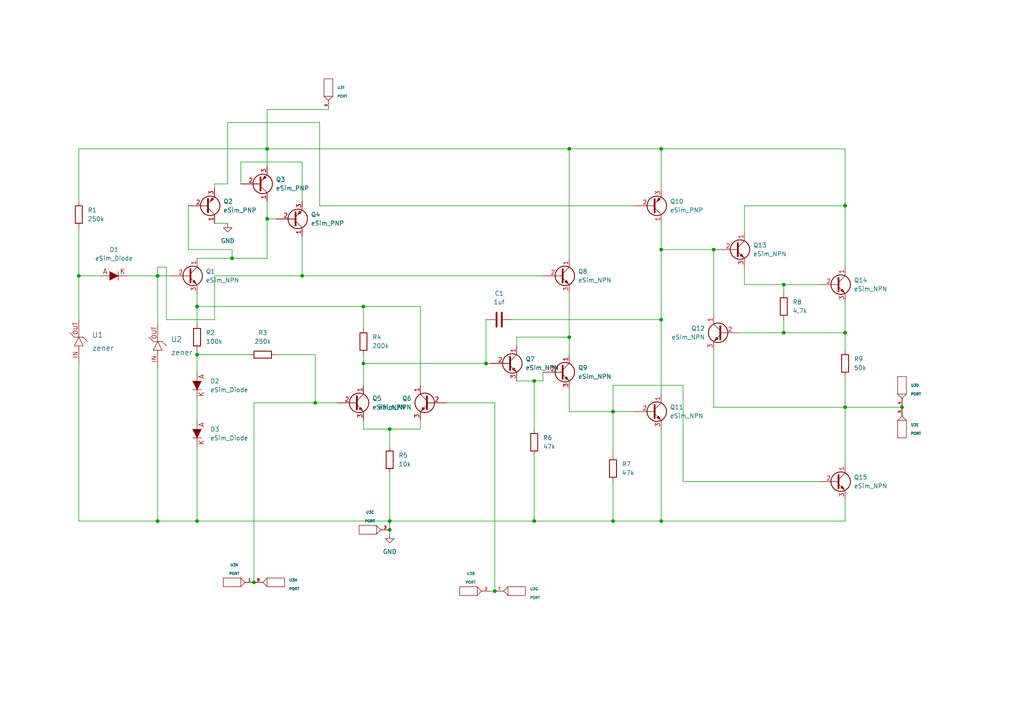
<source format=kicad_sch>
(kicad_sch (version 20211123) (generator eeschema)
  (paper "A4")
  (lib_symbols
    (symbol "eSim_Analog:zener" (pin_names (offset 1.016))
      (property "Reference" "U" (at -1.27 -2.54 0))
      (property "Value" "zener" (at 0 2.54 0))
      (symbol "zener_0_1"
        (polyline (pts (xy 2.54 -1.27) (xy 1.27 -2.54)))
        (polyline (pts (xy 2.54 1.27) (xy 2.54 -1.27)))
        (polyline (pts (xy 2.54 1.27) (xy 3.81 2.54)))
        (polyline (pts (xy 0 1.27) (xy 0 -1.27) (xy 2.54 0) (xy 0 1.27)))
      )
      (symbol "zener_1_1"
        (pin input line (at -5.08 0 0) (length 5.08) (name "~") (number "IN"))
        (pin output line (at 7.62 0 180) (length 5.08) (name "~") (number "OUT"))
      )
    )
    (symbol "eSim_Devices:capacitor" (pin_numbers hide) (pin_names (offset 0.254))
      (property "Reference" "C" (at 0.635 2.54 0))
      (property "Value" "capacitor" (at 0.635 -2.54 0))
      (symbol "capacitor_0_1"
        (polyline (pts (xy -2.032 -0.762) (xy 2.032 -0.762)) (stroke (width 0.508)))
        (polyline (pts (xy -2.032 0.762) (xy 2.032 0.762)) (stroke (width 0.508)))
      )
      (symbol "capacitor_1_1"
        (pin passive line (at 0 3.81 270) (length 2.794) (name "~") (number "1"))
        (pin passive line (at 0 -3.81 90) (length 2.794) (name "~") (number "2"))
      )
    )
    (symbol "eSim_Devices:eSim_Diode" (pin_numbers hide) (pin_names (offset 1.016) hide)
      (property "Reference" "D" (at 0 2.54 0))
      (property "Value" "eSim_Diode" (at 0 -2.54 0))
      (symbol "eSim_Diode_0_0"
        (text "A" (at -2.54 1.27 0) (effects (font (size 1.524 1.524))))
        (text "K" (at 2.54 1.27 0) (effects (font (size 1.524 1.524))))
      )
      (symbol "eSim_Diode_0_1"
        (polyline (pts (xy 1.27 1.27) (xy 1.27 -1.27)) (stroke (width 0.1524)))
        (polyline (pts (xy -1.27 1.27) (xy 1.27 0) (xy -1.27 -1.27)) (fill (type outline)))
      )
      (symbol "eSim_Diode_1_1"
        (pin passive line (at -3.81 0 0) (length 2.54) (name "A") (number "1"))
        (pin passive line (at 3.81 0 180) (length 2.54) (name "K") (number "2"))
      )
    )
    (symbol "eSim_Devices:eSim_NPN" (pin_names (offset 0) hide)
      (property "Reference" "Q" (at -2.54 1.27 0))
      (property "Value" "eSim_NPN" (at -1.27 3.81 0))
      (symbol "eSim_NPN_0_1"
        (polyline (pts (xy 0.635 0.635) (xy 2.54 2.54)))
        (polyline (pts (xy 0.635 -0.635) (xy 2.54 -2.54) (xy 2.54 -2.54)))
        (polyline (pts (xy 0.635 1.905) (xy 0.635 -1.905) (xy 0.635 -1.905)) (stroke (width 0.508)))
        (polyline (pts (xy 1.27 -1.778) (xy 1.778 -1.27) (xy 2.286 -2.286) (xy 1.27 -1.778) (xy 1.27 -1.778)) (fill (type outline)))
        (circle (center 1.27 0) (radius 2.8194) (stroke (width 0.254)))
      )
      (symbol "eSim_NPN_1_1"
        (pin passive line (at 2.54 5.08 270) (length 2.54) (name "C") (number "1"))
        (pin passive line (at -5.08 0 0) (length 5.715) (name "B") (number "2"))
        (pin passive line (at 2.54 -5.08 90) (length 2.54) (name "E") (number "3"))
      )
    )
    (symbol "eSim_Devices:eSim_PNP" (pin_names (offset 0) hide)
      (property "Reference" "Q" (at -2.54 1.27 0))
      (property "Value" "eSim_PNP" (at -1.27 3.81 0))
      (symbol "eSim_PNP_0_1"
        (polyline (pts (xy 0.635 0.635) (xy 2.54 2.54)))
        (polyline (pts (xy 0.635 -0.635) (xy 2.54 -2.54) (xy 2.54 -2.54)))
        (polyline (pts (xy 0.635 1.905) (xy 0.635 -1.905) (xy 0.635 -1.905)) (stroke (width 0.508)))
        (polyline (pts (xy 2.286 -1.778) (xy 1.778 -2.286) (xy 1.27 -1.27) (xy 2.286 -1.778) (xy 2.286 -1.778)) (fill (type outline)))
        (circle (center 1.27 0) (radius 2.8194) (stroke (width 0.254)))
      )
      (symbol "eSim_PNP_1_1"
        (pin passive line (at 2.54 5.08 270) (length 2.54) (name "C") (number "1"))
        (pin passive line (at -5.08 0 0) (length 5.715) (name "B") (number "2"))
        (pin passive line (at 2.54 -5.08 90) (length 2.54) (name "E") (number "3"))
      )
    )
    (symbol "eSim_Devices:resistor" (pin_numbers hide) (pin_names (offset 0))
      (property "Reference" "R" (at 1.27 3.302 0))
      (property "Value" "resistor" (at 1.27 -1.27 0))
      (symbol "resistor_0_1"
        (rectangle (start 3.81 0.254) (end -1.27 2.286) (stroke (width 0.254)))
      )
      (symbol "resistor_1_1"
        (pin passive line (at -2.54 1.27 0) (length 1.27) (name "~") (number "1"))
        (pin passive line (at 5.08 1.27 180) (length 1.27) (name "~") (number "2"))
      )
    )
    (symbol "eSim_Miscellaneous:PORT" (pin_names (offset 1.016))
      (property "Reference" "U" (at 1.27 2.54 0))
      (property "Value" "PORT" (at 0 0 0))
      (symbol "PORT_0_1"
        (rectangle (start -2.54 1.27) (end 2.54 -1.27))
        (arc (start 2.54 1.27) (mid 3.1355 0.5955) (end 3.81 0))
        (arc (start 3.81 0) (mid 3.1447 -0.6046) (end 2.54 -1.27))
      )
      (symbol "PORT_1_1"
        (pin bidirectional line (at 6.35 0 180) (length 2.54) (name "~") (number "1"))
      )
      (symbol "PORT_2_1"
        (pin bidirectional line (at 6.35 0 180) (length 2.54) (name "~") (number "2"))
      )
      (symbol "PORT_3_1"
        (pin bidirectional line (at 6.35 0 180) (length 2.54) (name "~") (number "3"))
      )
      (symbol "PORT_4_1"
        (pin bidirectional line (at 6.35 0 180) (length 2.54) (name "~") (number "4"))
      )
      (symbol "PORT_5_1"
        (pin bidirectional line (at 6.35 0 180) (length 2.54) (name "~") (number "5"))
      )
      (symbol "PORT_6_1"
        (pin bidirectional line (at 6.35 0 180) (length 2.54) (name "~") (number "6"))
      )
      (symbol "PORT_7_1"
        (pin bidirectional line (at 6.35 0 180) (length 2.54) (name "~") (number "7"))
      )
      (symbol "PORT_8_1"
        (pin bidirectional line (at 6.35 0 180) (length 2.54) (name "~") (number "8"))
      )
      (symbol "PORT_9_1"
        (pin bidirectional line (at 6.35 0 180) (length 2.54) (name "~") (number "9"))
      )
      (symbol "PORT_10_1"
        (pin bidirectional line (at 6.35 0 180) (length 2.54) (name "~") (number "10"))
      )
      (symbol "PORT_11_1"
        (pin bidirectional line (at 6.35 0 180) (length 2.54) (name "~") (number "11"))
      )
      (symbol "PORT_12_1"
        (pin bidirectional line (at 6.35 0 180) (length 2.54) (name "~") (number "12"))
      )
      (symbol "PORT_13_1"
        (pin bidirectional line (at 6.35 0 180) (length 2.54) (name "~") (number "13"))
      )
      (symbol "PORT_14_1"
        (pin bidirectional line (at 6.35 0 180) (length 2.54) (name "~") (number "14"))
      )
      (symbol "PORT_15_1"
        (pin bidirectional line (at 6.35 0 180) (length 2.54) (name "~") (number "15"))
      )
      (symbol "PORT_16_1"
        (pin bidirectional line (at 6.35 0 180) (length 2.54) (name "~") (number "16"))
      )
      (symbol "PORT_17_1"
        (pin bidirectional line (at 6.35 0 180) (length 2.54) (name "~") (number "17"))
      )
      (symbol "PORT_18_1"
        (pin bidirectional line (at 6.35 0 180) (length 2.54) (name "~") (number "18"))
      )
      (symbol "PORT_19_1"
        (pin bidirectional line (at 6.35 0 180) (length 2.54) (name "~") (number "19"))
      )
      (symbol "PORT_20_1"
        (pin bidirectional line (at 6.35 0 180) (length 2.54) (name "~") (number "20"))
      )
      (symbol "PORT_21_1"
        (pin bidirectional line (at 6.35 0 180) (length 2.54) (name "~") (number "21"))
      )
      (symbol "PORT_22_1"
        (pin bidirectional line (at 6.35 0 180) (length 2.54) (name "~") (number "22"))
      )
      (symbol "PORT_23_1"
        (pin bidirectional line (at 6.35 0 180) (length 2.54) (name "~") (number "23"))
      )
      (symbol "PORT_24_1"
        (pin bidirectional line (at 6.35 0 180) (length 2.54) (name "~") (number "24"))
      )
      (symbol "PORT_25_1"
        (pin bidirectional line (at 6.35 0 180) (length 2.54) (name "~") (number "25"))
      )
      (symbol "PORT_26_1"
        (pin bidirectional line (at 6.35 0 180) (length 2.54) (name "~") (number "26"))
      )
    )
    (symbol "eSim_Power:eSim_GND" (power) (pin_names (offset 0))
      (property "Value" "eSim_GND" (at 0 -3.81 0))
      (symbol "eSim_GND_0_1"
        (polyline (pts (xy 0 0) (xy 0 -1.27) (xy 1.27 -1.27) (xy 0 -2.54) (xy -1.27 -1.27) (xy 0 -1.27)))
      )
      (symbol "eSim_GND_1_1"
        (pin power_in line (at 0 0 270) (length 0) hide (name "GND") (number "1"))
      )
    )
  )
  (junction (at 165.1 43.18))
  (junction (at 191.77 151.13))
  (junction (at 77.47 43.18))
  (junction (at 227.33 82.55))
  (junction (at 113.03 151.13))
  (junction (at 245.11 59.69))
  (junction (at 143.51 171.45))
  (junction (at 87.63 80.01))
  (junction (at 177.8 151.13))
  (junction (at 191.77 72.39))
  (junction (at 22.86 80.01))
  (junction (at 113.03 153.67))
  (junction (at 191.77 43.18))
  (junction (at 113.03 124.46))
  (junction (at 165.1 97.79))
  (junction (at 261.62 118.11))
  (junction (at 154.94 110.49))
  (junction (at 207.01 72.39))
  (junction (at 140.97 105.41))
  (junction (at 45.72 151.13))
  (junction (at 227.33 96.52))
  (junction (at 45.72 80.01))
  (junction (at 154.94 151.13))
  (junction (at 77.47 63.5))
  (junction (at 57.15 151.13))
  (junction (at 191.77 92.71))
  (junction (at 67.31 74.93))
  (junction (at 57.15 102.87))
  (junction (at 105.41 88.9))
  (junction (at 73.66 168.91))
  (junction (at 177.8 119.38))
  (junction (at 105.41 105.41))
  (junction (at 245.11 118.11))
  (junction (at 245.11 96.52))
  (junction (at 91.44 116.84))
  (junction (at 57.15 88.9))
  (wire (pts (xy 62.23 92.71) (xy 48.26 92.71)))
  (wire (pts (xy 165.1 85.09) (xy 165.1 97.79)))
  (wire (pts (xy 113.03 153.67) (xy 113.03 154.94)))
  (wire (pts (xy 36.83 80.01) (xy 45.72 80.01)))
  (wire (pts (xy 45.72 80.01) (xy 49.53 80.01)))
  (wire (pts (xy 91.44 102.87) (xy 91.44 116.84)))
  (wire (pts (xy 87.63 46.99) (xy 69.85 46.99)))
  (wire (pts (xy 92.71 35.56) (xy 66.04 35.56)))
  (wire (pts (xy 105.41 121.92) (xy 105.41 124.46)))
  (wire (pts (xy 177.8 119.38) (xy 177.8 132.08)))
  (wire (pts (xy 95.25 31.75) (xy 77.47 31.75)))
  (wire (pts (xy 80.01 102.87) (xy 91.44 102.87)))
  (wire (pts (xy 22.86 105.41) (xy 22.86 151.13)))
  (wire (pts (xy 57.15 129.54) (xy 57.15 151.13)))
  (wire (pts (xy 121.92 121.92) (xy 121.92 124.46)))
  (wire (pts (xy 207.01 72.39) (xy 208.28 72.39)))
  (wire (pts (xy 245.11 151.13) (xy 191.77 151.13)))
  (wire (pts (xy 215.9 59.69) (xy 245.11 59.69)))
  (wire (pts (xy 215.9 82.55) (xy 215.9 77.47)))
  (wire (pts (xy 227.33 92.71) (xy 227.33 96.52)))
  (wire (pts (xy 157.48 110.49) (xy 154.94 110.49)))
  (wire (pts (xy 105.41 95.25) (xy 105.41 88.9)))
  (wire (pts (xy 22.86 58.42) (xy 22.86 43.18)))
  (wire (pts (xy 121.92 124.46) (xy 113.03 124.46)))
  (wire (pts (xy 245.11 118.11) (xy 261.62 118.11)))
  (wire (pts (xy 215.9 67.31) (xy 215.9 59.69)))
  (wire (pts (xy 149.86 100.33) (xy 149.86 97.79)))
  (wire (pts (xy 154.94 132.08) (xy 154.94 151.13)))
  (wire (pts (xy 129.54 116.84) (xy 143.51 116.84)))
  (wire (pts (xy 57.15 151.13) (xy 113.03 151.13)))
  (wire (pts (xy 191.77 43.18) (xy 245.11 43.18)))
  (wire (pts (xy 207.01 118.11) (xy 245.11 118.11)))
  (wire (pts (xy 22.86 43.18) (xy 77.47 43.18)))
  (wire (pts (xy 48.26 92.71) (xy 48.26 77.47)))
  (wire (pts (xy 237.49 82.55) (xy 227.33 82.55)))
  (wire (pts (xy 57.15 102.87) (xy 72.39 102.87)))
  (wire (pts (xy 165.1 113.03) (xy 165.1 119.38)))
  (wire (pts (xy 245.11 77.47) (xy 245.11 59.69)))
  (wire (pts (xy 148.59 92.71) (xy 191.77 92.71)))
  (wire (pts (xy 77.47 63.5) (xy 77.47 58.42)))
  (wire (pts (xy 113.03 124.46) (xy 105.41 124.46)))
  (wire (pts (xy 191.77 72.39) (xy 191.77 92.71)))
  (wire (pts (xy 245.11 109.22) (xy 245.11 118.11)))
  (wire (pts (xy 67.31 74.93) (xy 77.47 74.93)))
  (wire (pts (xy 77.47 43.18) (xy 77.47 48.26)))
  (wire (pts (xy 105.41 102.87) (xy 105.41 105.41)))
  (wire (pts (xy 62.23 53.34) (xy 62.23 54.61)))
  (wire (pts (xy 105.41 105.41) (xy 105.41 111.76)))
  (wire (pts (xy 198.12 139.7) (xy 198.12 111.76)))
  (wire (pts (xy 87.63 58.42) (xy 87.63 46.99)))
  (wire (pts (xy 184.15 119.38) (xy 177.8 119.38)))
  (wire (pts (xy 191.77 72.39) (xy 207.01 72.39)))
  (wire (pts (xy 67.31 72.39) (xy 67.31 74.93)))
  (wire (pts (xy 77.47 74.93) (xy 77.47 63.5)))
  (wire (pts (xy 77.47 63.5) (xy 80.01 63.5)))
  (wire (pts (xy 22.86 80.01) (xy 22.86 66.04)))
  (wire (pts (xy 191.77 43.18) (xy 191.77 54.61)))
  (wire (pts (xy 22.86 92.71) (xy 22.86 80.01)))
  (wire (pts (xy 105.41 105.41) (xy 140.97 105.41)))
  (wire (pts (xy 149.86 97.79) (xy 165.1 97.79)))
  (wire (pts (xy 227.33 82.55) (xy 215.9 82.55)))
  (wire (pts (xy 45.72 77.47) (xy 48.26 77.47)))
  (wire (pts (xy 22.86 80.01) (xy 29.21 80.01)))
  (wire (pts (xy 177.8 119.38) (xy 165.1 119.38)))
  (wire (pts (xy 77.47 43.18) (xy 165.1 43.18)))
  (wire (pts (xy 54.61 59.69) (xy 54.61 72.39)))
  (wire (pts (xy 237.49 139.7) (xy 198.12 139.7)))
  (wire (pts (xy 92.71 35.56) (xy 92.71 59.69)))
  (wire (pts (xy 57.15 74.93) (xy 67.31 74.93)))
  (wire (pts (xy 207.01 101.6) (xy 207.01 118.11)))
  (wire (pts (xy 165.1 43.18) (xy 191.77 43.18)))
  (wire (pts (xy 165.1 43.18) (xy 165.1 74.93)))
  (wire (pts (xy 57.15 115.57) (xy 57.15 121.92)))
  (wire (pts (xy 91.44 116.84) (xy 97.79 116.84)))
  (wire (pts (xy 57.15 101.6) (xy 57.15 102.87)))
  (wire (pts (xy 177.8 111.76) (xy 177.8 119.38)))
  (wire (pts (xy 184.15 59.69) (xy 92.71 59.69)))
  (wire (pts (xy 66.04 64.77) (xy 62.23 64.77)))
  (wire (pts (xy 140.97 92.71) (xy 140.97 105.41)))
  (wire (pts (xy 245.11 144.78) (xy 245.11 151.13)))
  (wire (pts (xy 154.94 110.49) (xy 154.94 124.46)))
  (wire (pts (xy 143.51 116.84) (xy 143.51 171.45)))
  (wire (pts (xy 73.66 116.84) (xy 91.44 116.84)))
  (wire (pts (xy 214.63 96.52) (xy 227.33 96.52)))
  (wire (pts (xy 45.72 106.68) (xy 45.72 151.13)))
  (wire (pts (xy 191.77 64.77) (xy 191.77 72.39)))
  (wire (pts (xy 57.15 102.87) (xy 57.15 107.95)))
  (wire (pts (xy 121.92 88.9) (xy 105.41 88.9)))
  (wire (pts (xy 54.61 72.39) (xy 67.31 72.39)))
  (wire (pts (xy 191.77 124.46) (xy 191.77 151.13)))
  (wire (pts (xy 149.86 110.49) (xy 154.94 110.49)))
  (wire (pts (xy 62.23 80.01) (xy 87.63 80.01)))
  (wire (pts (xy 177.8 139.7) (xy 177.8 151.13)))
  (wire (pts (xy 227.33 96.52) (xy 245.11 96.52)))
  (wire (pts (xy 57.15 88.9) (xy 57.15 93.98)))
  (wire (pts (xy 191.77 151.13) (xy 177.8 151.13)))
  (wire (pts (xy 142.24 171.45) (xy 143.51 171.45)))
  (wire (pts (xy 140.97 105.41) (xy 142.24 105.41)))
  (wire (pts (xy 113.03 124.46) (xy 113.03 129.54)))
  (wire (pts (xy 245.11 59.69) (xy 245.11 43.18)))
  (wire (pts (xy 245.11 96.52) (xy 245.11 101.6)))
  (wire (pts (xy 245.11 118.11) (xy 245.11 134.62)))
  (wire (pts (xy 121.92 111.76) (xy 121.92 88.9)))
  (wire (pts (xy 66.04 35.56) (xy 66.04 53.34)))
  (wire (pts (xy 69.85 46.99) (xy 69.85 53.34)))
  (wire (pts (xy 157.48 107.95) (xy 157.48 110.49)))
  (wire (pts (xy 154.94 151.13) (xy 177.8 151.13)))
  (wire (pts (xy 245.11 96.52) (xy 245.11 87.63)))
  (wire (pts (xy 45.72 80.01) (xy 45.72 93.98)))
  (wire (pts (xy 165.1 97.79) (xy 165.1 102.87)))
  (wire (pts (xy 87.63 80.01) (xy 157.48 80.01)))
  (wire (pts (xy 113.03 137.16) (xy 113.03 151.13)))
  (wire (pts (xy 45.72 77.47) (xy 45.72 80.01)))
  (wire (pts (xy 227.33 82.55) (xy 227.33 85.09)))
  (wire (pts (xy 113.03 151.13) (xy 113.03 153.67)))
  (wire (pts (xy 207.01 72.39) (xy 207.01 91.44)))
  (wire (pts (xy 66.04 53.34) (xy 62.23 53.34)))
  (wire (pts (xy 77.47 31.75) (xy 77.47 43.18)))
  (wire (pts (xy 191.77 114.3) (xy 191.77 92.71)))
  (wire (pts (xy 57.15 85.09) (xy 57.15 88.9)))
  (wire (pts (xy 87.63 68.58) (xy 87.63 80.01)))
  (wire (pts (xy 198.12 111.76) (xy 177.8 111.76)))
  (wire (pts (xy 113.03 151.13) (xy 154.94 151.13)))
  (wire (pts (xy 105.41 88.9) (xy 57.15 88.9)))
  (wire (pts (xy 62.23 80.01) (xy 62.23 92.71)))
  (wire (pts (xy 22.86 151.13) (xy 45.72 151.13)))
  (wire (pts (xy 73.66 116.84) (xy 73.66 168.91)))
  (wire (pts (xy 45.72 151.13) (xy 57.15 151.13)))
  (symbol (lib_id "eSim_Devices:eSim_NPN") (at 209.55 96.52 0) (mirror y) (unit 1)
    (property "Reference" "Q12" (at 204.47 95.2499 0) (effects (justify left)))
    (property "Value" "eSim_NPN" (at 204.47 97.7899 0) (effects (justify left)))
  )
  (symbol (lib_id "eSim_Miscellaneous:PORT") (at 95.25 25.4 270) (unit 6)
    (property "Reference" "U3" (at 97.79 25.4 90) (effects (font (size 0.762 0.762)) (justify left)))
    (property "Value" "PORT" (at 97.79 27.94 90) (effects (font (size 0.762 0.762)) (justify left)))
  )
  (symbol (lib_id "eSim_Miscellaneous:PORT") (at 135.89 171.45 0) (unit 2)
    (property "Reference" "U3" (at 136.525 166.37 0) (effects (font (size 0.762 0.762))))
    (property "Value" "PORT" (at 136.525 168.91 0) (effects (font (size 0.762 0.762))))
  )
  (symbol (lib_id "eSim_Analog:zener") (at 22.86 100.33 90) (unit 1)
    (property "Reference" "U1" (at 26.67 97.155 90) (effects (font (size 1.524 1.524)) (justify right)))
    (property "Value" "zener" (at 26.67 100.965 90) (effects (font (size 1.524 1.524)) (justify right)))
  )
  (symbol (lib_id "eSim_Devices:eSim_Diode") (at 33.02 80.01 0) (unit 1)
    (property "Reference" "D1" (at 33.0744 72.39 0))
    (property "Value" "eSim_Diode" (at 33.0744 74.93 0))
  )
  (symbol (lib_id "eSim_Miscellaneous:PORT") (at 80.01 168.91 180) (unit 8)
    (property "Reference" "U3" (at 83.82 168.275 0) (effects (font (size 0.762 0.762)) (justify right)))
    (property "Value" "PORT" (at 83.82 170.815 0) (effects (font (size 0.762 0.762)) (justify right)))
  )
  (symbol (lib_id "eSim_Power:eSim_GND") (at 66.04 64.77 0) (unit 1)
    (property "Reference" "#PWR0102" (effects hide))
    (property "Value" "eSim_GND" (at 66.04 69.85 0))
  )
  (symbol (lib_id "eSim_Miscellaneous:PORT") (at 106.68 153.67 0) (unit 3)
    (property "Reference" "U3" (at 107.315 148.59 0) (effects (font (size 0.762 0.762))))
    (property "Value" "PORT" (at 107.315 151.13 0) (effects (font (size 0.762 0.762))))
  )
  (symbol (lib_id "eSim_Devices:resistor") (at 104.14 97.79 270) (unit 1)
    (property "Reference" "R4" (at 107.95 97.7899 90) (effects (justify left)))
    (property "Value" "200k" (at 107.95 100.3299 90) (effects (justify left)))
  )
  (symbol (lib_id "eSim_Devices:eSim_PNP") (at 74.93 53.34 0) (mirror x) (unit 1)
    (property "Reference" "Q3" (at 80.01 52.0699 0) (effects (justify left)))
    (property "Value" "eSim_PNP" (at 80.01 54.6099 0) (effects (justify left)))
  )
  (symbol (lib_id "eSim_Analog:zener") (at 45.72 101.6 90) (unit 1)
    (property "Reference" "U2" (at 49.53 98.425 90) (effects (font (size 1.524 1.524)) (justify right)))
    (property "Value" "zener" (at 49.53 102.235 90) (effects (font (size 1.524 1.524)) (justify right)))
  )
  (symbol (lib_id "eSim_Devices:eSim_NPN") (at 54.61 80.01 0) (unit 1)
    (property "Reference" "Q1" (at 59.69 78.7399 0) (effects (justify left)))
    (property "Value" "eSim_NPN" (at 59.69 81.2799 0) (effects (justify left)))
  )
  (symbol (lib_id "eSim_Devices:resistor") (at 114.3 134.62 90) (unit 1)
    (property "Reference" "R5" (at 115.57 132.0799 90) (effects (justify right)))
    (property "Value" "10k" (at 115.57 134.6199 90) (effects (justify right)))
  )
  (symbol (lib_id "eSim_Devices:resistor") (at 228.6 90.17 90) (unit 1)
    (property "Reference" "R8" (at 229.87 87.6299 90) (effects (justify right)))
    (property "Value" "4.7k" (at 229.87 90.1699 90) (effects (justify right)))
  )
  (symbol (lib_id "eSim_Devices:eSim_NPN") (at 162.56 80.01 0) (unit 1)
    (property "Reference" "Q8" (at 167.64 78.7399 0) (effects (justify left)))
    (property "Value" "eSim_NPN" (at 167.64 81.2799 0) (effects (justify left)))
  )
  (symbol (lib_id "eSim_Devices:eSim_NPN") (at 213.36 72.39 0) (unit 1)
    (property "Reference" "Q13" (at 218.44 71.1199 0) (effects (justify left)))
    (property "Value" "eSim_NPN" (at 218.44 73.6599 0) (effects (justify left)))
  )
  (symbol (lib_id "eSim_Miscellaneous:PORT") (at 261.62 111.76 270) (unit 4)
    (property "Reference" "U3" (at 264.16 111.76 90) (effects (font (size 0.762 0.762)) (justify left)))
    (property "Value" "PORT" (at 264.16 114.3 90) (effects (font (size 0.762 0.762)) (justify left)))
  )
  (symbol (lib_id "eSim_Devices:resistor") (at 246.38 106.68 90) (unit 1)
    (property "Reference" "R9" (at 247.65 104.1399 90) (effects (justify right)))
    (property "Value" "50k" (at 247.65 106.6799 90) (effects (justify right)))
  )
  (symbol (lib_id "eSim_Devices:eSim_Diode") (at 57.15 111.76 270) (unit 1)
    (property "Reference" "D2" (at 60.96 110.5443 90) (effects (justify left)))
    (property "Value" "eSim_Diode" (at 60.96 113.0843 90) (effects (justify left)))
  )
  (symbol (lib_id "eSim_Devices:eSim_NPN") (at 242.57 82.55 0) (unit 1)
    (property "Reference" "Q14" (at 247.65 81.2799 0) (effects (justify left)))
    (property "Value" "eSim_NPN" (at 247.65 83.8199 0) (effects (justify left)))
  )
  (symbol (lib_id "eSim_Devices:eSim_PNP") (at 59.69 59.69 0) (mirror x) (unit 1)
    (property "Reference" "Q2" (at 64.77 58.4199 0) (effects (justify left)))
    (property "Value" "eSim_PNP" (at 64.77 60.9599 0) (effects (justify left)))
  )
  (symbol (lib_id "eSim_Devices:resistor") (at 77.47 101.6 180) (unit 1)
    (property "Reference" "R3" (at 76.2 96.52 0))
    (property "Value" "250k" (at 76.2 99.06 0))
  )
  (symbol (lib_id "eSim_Miscellaneous:PORT") (at 149.86 171.45 180) (unit 7)
    (property "Reference" "U3" (at 153.67 170.815 0) (effects (font (size 0.762 0.762)) (justify right)))
    (property "Value" "PORT" (at 153.67 173.355 0) (effects (font (size 0.762 0.762)) (justify right)))
  )
  (symbol (lib_id "eSim_Devices:eSim_NPN") (at 162.56 107.95 0) (unit 1)
    (property "Reference" "Q9" (at 167.64 106.6799 0) (effects (justify left)))
    (property "Value" "eSim_NPN" (at 167.64 109.2199 0) (effects (justify left)))
  )
  (symbol (lib_id "eSim_Devices:eSim_PNP") (at 85.09 63.5 0) (mirror x) (unit 1)
    (property "Reference" "Q4" (at 90.17 62.2299 0) (effects (justify left)))
    (property "Value" "eSim_PNP" (at 90.17 64.7699 0) (effects (justify left)))
  )
  (symbol (lib_id "eSim_Devices:eSim_NPN") (at 189.23 119.38 0) (unit 1)
    (property "Reference" "Q11" (at 194.31 118.1099 0) (effects (justify left)))
    (property "Value" "eSim_NPN" (at 194.31 120.6499 0) (effects (justify left)))
  )
  (symbol (lib_id "eSim_Devices:eSim_NPN") (at 124.46 116.84 0) (mirror y) (unit 1)
    (property "Reference" "Q6" (at 119.38 115.5699 0) (effects (justify left)))
    (property "Value" "eSim_NPN" (at 119.38 118.1099 0) (effects (justify left)))
  )
  (symbol (lib_id "eSim_Devices:eSim_NPN") (at 242.57 139.7 0) (unit 1)
    (property "Reference" "Q15" (at 247.65 138.4299 0) (effects (justify left)))
    (property "Value" "eSim_NPN" (at 247.65 140.9699 0) (effects (justify left)))
  )
  (symbol (lib_id "eSim_Devices:resistor") (at 24.13 63.5 90) (unit 1)
    (property "Reference" "R1" (at 25.4 60.9599 90) (effects (justify right)))
    (property "Value" "250k" (at 25.4 63.4999 90) (effects (justify right)))
  )
  (symbol (lib_id "eSim_Devices:eSim_PNP") (at 189.23 59.69 0) (mirror x) (unit 1)
    (property "Reference" "Q10" (at 194.31 58.4199 0) (effects (justify left)))
    (property "Value" "eSim_PNP" (at 194.31 60.9599 0) (effects (justify left)))
  )
  (symbol (lib_id "eSim_Devices:eSim_NPN") (at 147.32 105.41 0) (unit 1)
    (property "Reference" "Q7" (at 152.4 104.1399 0) (effects (justify left)))
    (property "Value" "eSim_NPN" (at 152.4 106.6799 0) (effects (justify left)))
  )
  (symbol (lib_id "eSim_Miscellaneous:PORT") (at 261.62 124.46 90) (unit 5)
    (property "Reference" "U3" (at 264.16 123.19 90) (effects (font (size 0.762 0.762)) (justify right)))
    (property "Value" "PORT" (at 264.16 125.73 90) (effects (font (size 0.762 0.762)) (justify right)))
  )
  (symbol (lib_id "eSim_Devices:eSim_NPN") (at 102.87 116.84 0) (unit 1)
    (property "Reference" "Q5" (at 107.95 115.5699 0) (effects (justify left)))
    (property "Value" "eSim_NPN" (at 107.95 118.1099 0) (effects (justify left)))
  )
  (symbol (lib_id "eSim_Devices:capacitor") (at 144.78 92.71 90) (unit 1)
    (property "Reference" "C1" (at 144.78 85.09 90))
    (property "Value" "1uf" (at 144.78 87.63 90))
  )
  (symbol (lib_id "eSim_Devices:resistor") (at 179.07 137.16 90) (unit 1)
    (property "Reference" "R7" (at 180.34 134.6199 90) (effects (justify right)))
    (property "Value" "47k" (at 180.34 137.1599 90) (effects (justify right)))
  )
  (symbol (lib_id "eSim_Devices:eSim_Diode") (at 57.15 125.73 270) (unit 1)
    (property "Reference" "D3" (at 60.96 124.5143 90) (effects (justify left)))
    (property "Value" "eSim_Diode" (at 60.96 127.0543 90) (effects (justify left)))
  )
  (symbol (lib_id "eSim_Devices:resistor") (at 58.42 99.06 90) (unit 1)
    (property "Reference" "R2" (at 59.69 96.5199 90) (effects (justify right)))
    (property "Value" "100k" (at 59.69 99.0599 90) (effects (justify right)))
  )
  (symbol (lib_id "eSim_Miscellaneous:PORT") (at 67.31 168.91 0) (unit 1)
    (property "Reference" "U3" (at 67.945 163.83 0) (effects (font (size 0.762 0.762))))
    (property "Value" "PORT" (at 67.945 166.37 0) (effects (font (size 0.762 0.762))))
  )
  (symbol (lib_id "eSim_Power:eSim_GND") (at 113.03 154.94 0) (unit 1)
    (property "Reference" "#PWR0101" (effects hide))
    (property "Value" "eSim_GND" (at 113.03 160.02 0))
  )
  (symbol (lib_id "eSim_Devices:resistor") (at 156.21 129.54 90) (unit 1)
    (property "Reference" "R6" (at 157.48 126.9999 90) (effects (justify right)))
    (property "Value" "47k" (at 157.48 129.5399 90) (effects (justify right)))
  )
)
</source>
